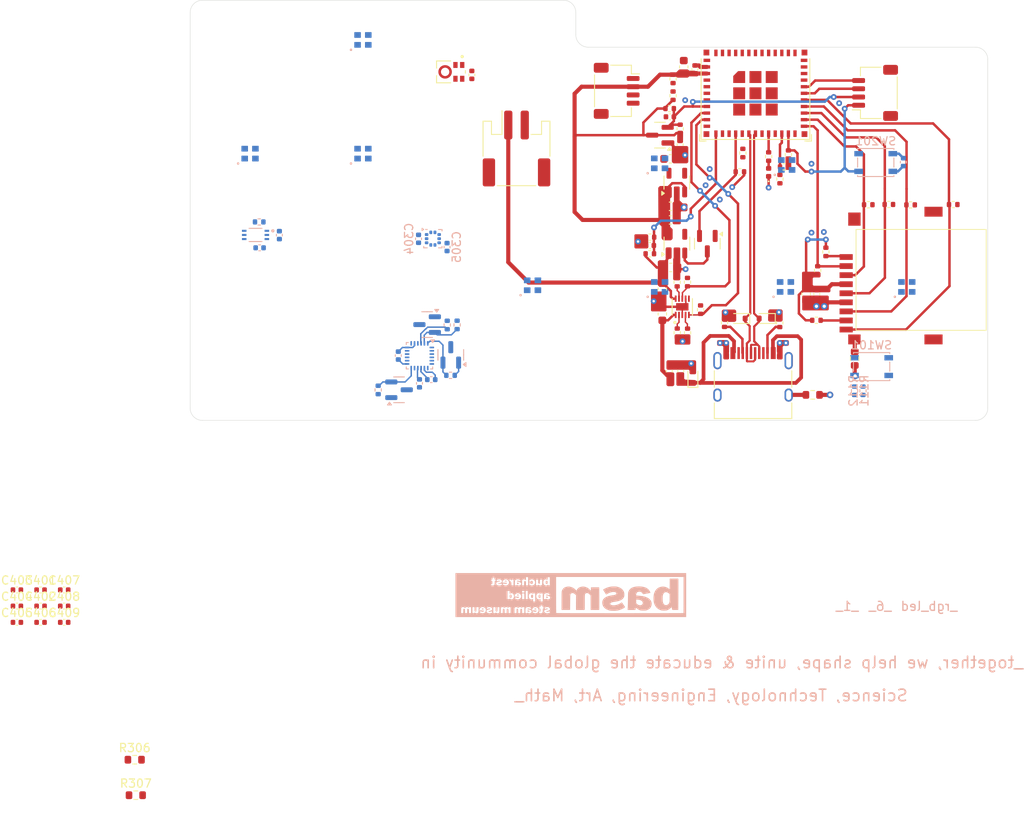
<source format=kicad_pcb>
(kicad_pcb (version 20240108) (generator "pcbnew") (generator_version "8.0")
  (layers (0 "F.Cu" signal) (1 "In1.Cu" power) (2 "In2.Cu" power) (31 "B.Cu" signal) (34 "B.Paste" user) (35 "F.Paste" user) (36 "B.SilkS" user "B.Silkscreen") (37 "F.SilkS" user "F.Silkscreen") (38 "B.Mask" user) (39 "F.Mask" user) (44 "Edge.Cuts" user))
  (net 0 "")
  (net 1 "GND")
  (net 2 "+5V")
  (net 3 "Net-(U303-DVI)")
  (net 4 "/MCU/STRAP_GPIO_9")
  (net 5 "VUSB")
  (net 6 "/MCU/UART0_RX")
  (net 7 "/MCU/UART0_TX")
  (net 8 "WS2812B_D")
  (net 9 "I2C_SDA")
  (net 10 "I2C_SCL")
  (net 11 "/MCU/SD_Shield_Diconnect")
  (net 12 "/MCU/SD_DETECT")
  (net 13 "/MCU/STRAP_GPIO8")
  (net 14 "I2S_DAT")
  (net 15 "Net-(U301-REGOUT)")
  (net 18 "USB_D-")
  (net 19 "USB_D+")
  (net 28 "Net-(U302-SCL)")
  (net 29 "Net-(U302-SDA)")
  (net 30 "/Feedback/WS2812B_Chain1")
  (net 31 "/Feedback/WS2812B_Chain2")
  (net 32 "/Feedback/WS2812B_Chain3")
  (net 33 "/Feedback/WS2812B_Chain4")
  (net 34 "/Feedback/WS2812B_Chain5")
  (net 35 "/Feedback/WS2812B_Chain6")
  (net 36 "/Feedback/WS2812B_Chain7")
  (net 37 "/Feedback/WS2812B_Chain8")
  (net 39 "VBAT_ALW_ON")
  (net 40 "+3V3")
  (net 41 "/MCU/SPI_MOSI")
  (net 42 "/MCU/SPI_MISO")
  (net 43 "/MCU/SPI_SCK")
  (net 44 "/Sensors/ICM20x_SDA")
  (net 45 "/Sensors/ICM20x_SCL")
  (net 46 "/Sensors/ICM20x_INT")
  (net 47 "/MCU/DBG_LED")
  (net 48 "/Sensors/ICM20x_CS")
  (net 49 "I2S_CLK")
  (net 64 "/MCU/SD_DAT1")
  (net 65 "/MCU/SD_DAT2")
  (net 66 "Net-(J101-SHIELD)")
  (net 67 "+1V8")
  (net 68 "CHIP_PU")
  (net 69 "Net-(D208-A)")
  (net 71 "/Power/USB_CC1")
  (net 72 "/Power/USB_CC2")
  (net 76 "BATT_CHRG_FDBCK")
  (net 77 "BATT_VOLT_FDBCK")
  (net 78 "BATT_SW_FDBCK")
  (net 80 "/Power/3V3_LDO_EN")
  (net 81 "BATT_POWOK_FDBCK")
  (net 83 "MEMS_INT")
  (net 84 "/Power/BQ2404_ISET")
  (net 85 "/Power/BQ2404_PRE_TERM")
  (net 86 "/Power/BQ2404_TS")
  (net 87 "/MCU/SPI_CS")
  (net 88 "/Power/BATT_SW_CMD")
  (net 89 "BATT_ATTCH_CMD")
  (footprint "microSD:TF-015_SOFNG" (layer "F.Cu") (at 188.41 104.17 90)
    (property "Reference" "J201" (hide yes))
    (property "Value" "TF-015")
  )
  (footprint "Resistor_SMD:R_0402_1005Metric" (layer "F.Cu") (at 156.4 77.39035 90)
    (property "Reference" "R202" (hide yes))
    (property "Value" "5k1" (hide yes))
  )
  (footprint "Capacitor_SMD:C_0402_1005Metric" (layer "F.Cu") (at 79.635 137.37)
    (property "Reference" "C401")
    (property "Value" "1u")
  )
  (footprint "Package_TO_SOT_SMD:SOT-23-5" (layer "F.Cu") (at 156.87 95.3475 90)
    (property "Reference" "U103" (hide yes))
    (property "Value" "AP2112K-3.3" (hide yes))
  )
  (footprint "Resistor_SMD:R_0402_1005Metric" (layer "F.Cu") (at 164.51 86.62 180)
    (property "Reference" "R113" (hide yes))
    (property "Value" "10k" (hide yes))
  )
  (footprint "Resistor_SMD:R_0402_1005Metric" (layer "F.Cu") (at 158.15 100.015 -90)
    (property "Reference" "R106" (hide yes))
    (property "Value" "10k" (hide yes))
  )
  (footprint "MMICT:MMIC" (layer "F.Cu") (at 129.446 74.4975 -90)
    (property "Reference" "U304" (hide yes))
    (property "Value" "T3902" (hide yes))
  )
  (footprint "Capacitor_SMD:C_0603_1608Metric" (layer "F.Cu") (at 155.1 100.845 -90)
    (property "Reference" "C104" (hide yes))
    (property "Value" "10u" (hide yes))
  )
  (footprint "Capacitor_SMD:C_0603_1608Metric" (layer "F.Cu") (at 156.1 98.24)
    (property "Reference" "C107" (hide yes))
    (property "Value" "10u" (hide yes))
  )
  (footprint "Capacitor_SMD:C_0402_1005Metric" (layer "F.Cu") (at 157.34 110.81 90)
    (property "Reference" "C101" (hide yes))
    (property "Value" "1u" (hide yes))
  )
  (footprint "LED_SMD:LED_0402_1005Metric" (layer "F.Cu") (at 168 86.695 90)
    (property "Reference" "D208" (hide yes))
    (property "Value" "LED" (hide yes))
  )
  (footprint "Capacitor_SMD:C_0402_1005Metric" (layer "F.Cu") (at 82.505 139.34)
    (property "Reference" "C408")
    (property "Value" "1u")
  )
  (footprint "Resistor_SMD:R_0603_1608Metric" (layer "F.Cu") (at 91.195 162.29)
    (property "Reference" "R307")
    (property "Value" "0R")
  )
  (footprint "Resistor_SMD:R_0402_1005Metric" (layer "F.Cu") (at 157.2675 81.42 -90)
    (property "Reference" "R110" (hide yes))
    (property "Value" "100k" (hide yes))
  )
  (footprint "Resistor_SMD:R_0402_1005Metric" (layer "F.Cu") (at 164.87 84.35 90)
    (property "Reference" "R303" (hide yes))
    (property "Value" "5k1" (hide yes))
  )
  (footprint "Resistor_SMD:R_0402_1005Metric" (layer "F.Cu") (at 153.58 96.57)
    (property "Reference" "R109" (hide yes))
    (property "Value" "178k" (hide yes))
  )
  (footprint "Resistor_SMD:R_0402_1005Metric" (layer "F.Cu") (at 169.35 104.96 90)
    (property "Reference" "R101" (hide yes))
    (property "Value" "5k1" (hide yes))
  )
  (footprint "Capacitor_SMD:C_0402_1005Metric" (layer "F.Cu") (at 153.59 95.57 180)
    (property "Reference" "C105" (hide yes))
    (property "Value" "1u" (hide yes))
  )
  (footprint "Capacitor_SMD:C_0603_1608Metric" (layer "F.Cu") (at 156.0775 85.0575)
    (property "Reference" "C110" (hide yes))
    (property "Value" "10u" (hide yes))
  )
  (footprint "Capacitor_SMD:C_0402_1005Metric" (layer "F.Cu") (at 76.765 139.34)
    (property "Reference" "C404")
    (property "Value" "1u")
  )
  (footprint "DFNCustom:QFN_10_BQ24040" (layer "F.Cu") (at 157.52 103.0125 90)
    (property "Reference" "U101" (hide yes))
    (property "Value" "BQ24040" (hide yes))
  )
  (footprint "Capacitor_SMD:C_0603_1608Metric" (layer "F.Cu") (at 172.55 101.46035 -90)
    (property "Reference" "C206" (hide yes))
    (property "Value" "10u" (hide yes))
  )
  (footprint "Diode_SMD:D_SOD-523" (layer "F.Cu") (at 158.81 111.53 90)
    (property "Reference" "D101" (hide yes))
    (property "Value" "LESD5D5.0CT1G" (hide yes))
  )
  (footprint "Capacitor_SMD:C_0402_1005Metric" (layer "F.Cu") (at 157.26 83.32 -90)
    (property "Reference" "C106" (hide yes))
    (property "Value" "0u1" (hide yes))
  )
  (footprint "Resistor_SMD:R_0402_1005Metric" (layer "F.Cu") (at 156.9 100.025 90)
    (property "Reference" "R105" (hide yes))
    (property "Value" "10k" (hide yes))
  )
  (footprint "Capacitor_SMD:C_0402_1005Metric" (layer "F.Cu") (at 173.85 101.46035 -90)
    (property "Reference" "C207" (hide yes))
    (property "Value" "0u1" (hide yes))
  )
  (footprint "Connector_USB:USB_C_Receptacle_HRO_TYPE-C-31-M-12" (layer "F.Cu") (at 166.11 112.675)
    (property "Reference" "J101" (hide yes))
    (property "Value" "USB_C_Receptacle_USB2.0_16P" (hide yes))
  )
  (footprint "Package_TO_SOT_SMD:SOT-23" (layer "F.Cu") (at 160.56 95.3475 -90)
    (property "Reference" "D104" (hide yes))
    (property "Value" "BAT54C" (hide yes))
  )
  (footprint "Capacitor_SMD:C_0402_1005Metric" (layer "F.Cu") (at 82.505 141.31)
    (property "Reference" "C409")
    (property "Value" "1u")
  )
  (footprint "Resistor_SMD:R_0402_1005Metric" (layer "F.Cu") (at 158.16 106.1675 90)
    (property "Reference" "R104" (hide yes))
    (property "Value" "6k8" (hide yes))
  )
  (footprint "Resistor_SMD:R_0402_1005Metric" (layer "F.Cu") (at 169.89 86.03)
    (property "Reference" "R204" (hide yes))
    (property "Value" "10k" (hide yes))
  )
  (footprint "Resistor_SMD:R_0603_1608Metric" (layer "F.Cu") (at 173.35 113.7)
    (property "Reference" "R114" (hide yes))
    (property "Value" "0R" (hide yes))
  )
  (footprint "Capacitor_SMD:C_0402_1005Metric" (layer "F.Cu") (at 76.765 137.37)
    (property "Reference" "C403")
    (property "Value" "1u")
  )
  (footprint "Diode_SMD:D_SOD-523" (layer "F.Cu") (at 167.5475 104.43 180)
    (property "Reference" "D103" (hide yes))
    (property "Value" "LESD5D5.0CT1G" (hide yes))
  )
  (footprint "Capacitor_SMD:C_0402_1005Metric" (layer "F.Cu") (at 79.635 139.34)
    (property "Reference" "C402")
    (property "Value" "1u")
  )
  (footprint "Resistor_SMD:R_0402_1005Metric" (layer "F.Cu") (at 156.91 106.1575 90)
    (property "Reference" "R103" (hide yes))
    (property "Value" "1k2" (hide yes))
  )
  (footprint "PCM_Espressif:ESP32-C6-MINI-1" (layer "F.Cu") (at 166.4 74.40035)
    (property "Reference" "U201" (hide yes))
    (property "Value" "ESP32-C6-MINI-1/U" (hide yes))
  )
  (footprint "Connector_JST:JST_PH_S2B-PH-SM4-TB_1x02-1MP_P2.00mm_Horizontal" (layer "F.Cu") (at 137.4 83.8)
    (property "Reference" "J102" (hide yes))
    (property "Value" "JST PH S2B")
  )
  (footprint "Capacitor_SMD:C_0603_1608Metric" (layer "F.Cu") (at 156.08 92.47)
    (property "Reference" "C108" (hide yes))
    (property "Value" "10u" (hide yes))
  )
  (footprint "Capacitor_SMD:C_0402_1005Metric" (layer "F.Cu") (at 131.978 74.865 90)
    (property "Reference" "C308" (hide yes))
    (property "Value" "0u1" (hide yes))
  )
  (footprint "Resistor_SMD:R_0402_1005Metric" (layer "F.Cu") (at 169.37 87.51 90)
    (property "Reference" "R203" (hide yes))
    (property "Value" "470R" (hide yes))
  )
  (footprint "Capacitor_SMD:C_0402_1005Metric" (layer "F.Cu") (at 159.05 74.20035 90)
    (property "Reference" "C202" (hide yes))
    (property "Value" "0u1" (hide yes))
  )
  (footprint "Resistor_SMD:R_0402_1005Metric" (layer "F.Cu") (at 173.95 98.6 -90)
    (property "Reference" "R213" (hide yes))
    (property "Value" "10k" (hide yes))
  )
  (footprint "Resistor_SMD:R_0402_1005Metric" (layer "F.Cu") (at 159.74 103.3575 -90)
    (property "Reference" "R107" (hide yes))
    (property "Value" "10k" (hide yes))
  )
  (footprint "Resistor_SMD:R_0603_1608Metric" (layer "F.Cu") (at 178.45 109.3 -90)
    (property "Reference" "R208" (hide yes))
    (property "Value" "0R" (hide yes))
  )
  (footprint "Package_TO_SOT_SMD:SOT-23" (layer "F.Cu") (at 154.8075 82.18 180)
    (property "Reference" "U102" (hide yes))
    (property "Value" "APX803-29SAG" (hide yes))
  )
  (footprint "Capacitor_SMD:C_0402_1005Metric" (layer "F.Cu") (at 82.505 137.37)
    (property "Reference" "C407")
    (property "Value" "1u")
  )
  (footprint "Resistor_SMD:R_0402_1005Metric" (layer "F.Cu") (at 182.59 90.59)
    (property "Reference" "R211" (hide yes))
    (property "Value" "10k" (hide yes))
  )
  (footprint "Capacitor_SMD:C_0402_1005Metric" (layer "F.Cu") (at 79.635 141.31)
    (property "Reference" "C406")
    (property "Value" "1u")
  )
  (footprint "Package_TO_SOT_SMD:SOT-23-5" (layer "F.Cu") (at 156.8575 87.935 90)
    (property "Reference" "U104" (hide yes))
    (property "Value" "AP2112K-1.8" (hide yes))
  )
  (footprint "Capacitor_SMD:C_0402_1005Metric" (layer "F.Cu") (at 155.94 110.83 90)
    (property "Reference" "C102" (hide yes))
    (property "Value" "1u" (hide yes))
  )
  (footprint "Connector_JST:JST_SH_SM04B-SRSS-TB_1x04-1MP_P1.00mm_Horizontal" (layer "F.Cu") (at 180.925 77.05 90)
    (property "Reference" "J206" (hide yes))
    (property "Value" "BM04B-SRSS-TB" (hide yes))
  )
  (footprint "Connector_JST:JST_SH_SM04B-SRSS-TB_1x04-1MP_P1.00mm_Horizontal" (layer "F.Cu") (at 149.555 76.8 -90)
    (property "Reference" "J205" (hide yes))
    (property "Value" "BM04B-SRSS-TB" (hide yes))
  )
  (footprint "Resistor_SMD:R_0402_1005Metric" (layer "F.Cu") (at 185.23 90.64)
    (property "Reference" "R210" (hide yes))
    (property "Value" "10k" (hide yes))
  )
  (footprint "MountingHole:MountingHole_3.5mm" (layer "F.Cu") (at 191 75.10035)
    (property "Reference" "H1" (hide yes))
    (property "Value" "MountingHole" (hide yes))
  )
  (footprint "Capacitor_SMD:C_0603_1608Metric" (layer "F.Cu") (at 155.1 103.875 90)
    (property "Reference" "C103" (hide yes))
    (property "Value" "10u" (hide yes))
  )
  (footprint "Resistor_SMD:R_0402_1005Metric" (layer "F.Cu") (at 155.9875 78.95035 180)
    (property "Reference" "R206" (hide yes))
    (property "Value" "10k" (hide yes))
  )
  (footprint "Resistor_SMD:R_0402_1005Metric" (layer "F.Cu") (at 168 84.775 -90)
    (property "Reference" "R215" (hide yes))
    (property "Value" "2k" (hide yes))
  )
  (footprint "Capacitor_SMD:C_0402_1005Metric" (layer "F.Cu") (at 76.765 141.31)
    (property "Reference" "C405")
    (property "Value" "1u")
  )
  (footprint "Capacitor_SMD:C_0402_1005Metric" (layer "F.Cu") (at 156.0175 79.95 180)
    (property "Reference" "C204" (hide yes))
    (property "Value" "1u" (hide yes))
  )
  (footprint "Resistor_SMD:R_0402_1005Metric" (layer "F.Cu") (at 170.4 84.54 90)
    (property "Reference" "R205" (hide yes))
    (property "Value" "10k" (hide yes))
  )
  (footprint "Diode_SMD:D_SOD-523" (layer "F.Cu") (at 164.45 104.4325 180)
    (property "Reference" "D102" (hide yes))
    (property "Value" "LESD5D5.0CT1G" (hide yes))
  )
  (footprint "Resistor_SMD:R_0402_1005Metric" (layer "F.Cu") (at 162.6425 104.9425 90)
    (property "Reference" "R102" (hide yes))
    (property "Value" "5k1" (hide yes))
  )
  (footprint "Resistor_SMD:R_0402_1005Metric" (layer "F.Cu") (at 190.4 90.6)
    (property "Reference" "R207" (hide yes))
    (property "Value" "10k" (hide yes))
  )
  (footprint "Capacitor_SMD:C_0603_1608Metric" (layer "F.Cu") (at 157.7 73.90035 90)
    (property "Reference" "C201" (hide yes))
    (property "Value" "10u" (hide yes))
  )
  (footprint "Resistor_SMD:R_0402_1005Metric" (layer "F.Cu") (at 156.4 75.35035 -90)
    (property "Reference" "R201" (hide yes))
    (property "Value" "5k1" (hide yes))
  )
  (footprint "Resistor_SMD:R_0402_1005Metric" (layer "F.Cu") (at 153.6 94.56 180)
    (property "Reference" "R108" (hide yes))
    (property "Value" "61k9" (hide yes))
  )
  (footprint "Capacitor_SMD:C_0603_1608Metric" (layer "F.Cu") (at 156.0775 90.8175)
    (property "Reference" "C109" (hide yes))
    (property "Value" "10u" (hide yes))
  )
  (footprint "Resistor_SMD:R_0402_1005Metric" (layer "F.Cu") (at 173.8 104.65 180)
    (property "Reference" "R209" (hide yes))
    (property "Value" "10k" (hide yes))
  )
  (footprint "Inductor_SMD:L_0402_1005Metric" (layer "F.Cu") (at 156.64 112.23 180)
    (property "Reference" "L101" (hide yes))
    (property "Value" "10n" (hide yes))
  )
  (footprint "Resistor_SMD:R_0402_1005Metric" (layer "F.Cu") (at 180.09 90.62)
    (property "Reference" "R212" (hide yes))
    (property "Value" "10k" (hide yes))
  )
  (footprint "Resistor_SMD:R_0402_1005Metric" (layer "F.Cu") (at 174.95 96.35 90)
    (property "Reference" "R214" (hide yes))
    (property "Value" "10k" (hide yes))
  )
  (footprint "Resistor_SMD:R_0603_1608Metric" (layer "F.Cu") (at 91.06 157.98)
    (property "Reference" "R306")
    (property "Value" "0R")
  )
  (footprint "Button_Switch_SMD:SW_SPST_PTS810" (layer "B.Cu") (at 181 85.5 180)
    (property "Reference" "SW201")
    (property "Value" "PTS810SJG250" (hide yes))
  )
  (footprint "Resistor_SMD:R_0402_1005Metric" (layer "B.Cu") (at 129.3925 111.33 180)
    (property "Reference" "R302" (hide yes))
    (property "Value" "5k1" (hide yes))
  )
  (footprint "Capacitor_SMD:C_0402_1005Metric" (layer "B.Cu") (at 123.0525 108.93 -90)
    (property "Reference" "C302" (hide yes))
    (property "Value" "0u1" (hide yes))
  )
  (footprint "Resistor_SMD:R_0402_1005Metric" (layer "B.Cu") (at 179.45 113.2 -90)
    (property "Reference" "R112")
    (property "Value" "10k" (hide yes))
  )
  (footprint "Resistor_SMD:R_0402_1005Metric" (layer "B.Cu") (at 106.17 92.71 180)
    (property "Reference" "R308" (hide yes))
    (property "Value" "1k" (hide yes))
  )
  (footprint "SK_RGB:SK68xx-EC20" (layer "B.Cu") (at 118.11 74.82 180)
    (property "Reference" "D407" (hide yes))
    (property "Value" "SK6805-EC20" (hide yes))
  )
  (footprint "SK_RGB:SK68xx-EC20" (layer "B.Cu") (at 138.695 104.6 180)
    (property "Reference" "D405" (hide yes))
    (property "Value" "SK6805-EC20" (hide yes))
  )
  (footprint "Capacitor_SMD:C_0402_1005Metric" (layer "B.Cu") (at 127.0525 111.85 180)
    (property "Reference" "C301" (hide yes))
    (property "Value" "1u" (hide yes))
  )
  (footprint "Package_TO_SOT_SMD:SOT-23" (layer "B.Cu") (at 123.1425 113.0825)
    (property "Reference" "Q303" (hide yes))
    (property "Value" "BSS138" (hide yes))
  )
  (footprint "Capacitor_SMD:C_0402_1005Metric" (layer "B.Cu") (at 184.35 85.45 90)
    (property "Reference" "C203" (hide yes))
    (property "Value" "0u1" (hide yes))
  )
  (footprint "Resistor_SMD:R_0402_1005Metric" (layer "B.Cu") (at 178.43 113.2 90)
    (property "Reference" "R111")
    (property "Value" "3k3" (hide yes))
  )
  (footprint "Package_TO_SOT_SMD:SOT-23" (layer "B.Cu") (at 126.5525 105.17 180)
    (property "Reference" "Q302" (hide yes))
    (property "Value" "BSS138" (hide yes))
  )
  (footprint "Resistor_SMD:R_0402_1005Metric" (layer "B.Cu") (at 120.6125 113.1025 90)
    (property "Reference" "R304" (hide yes))
    (property "Value" "5k1" (hide yes))
  )
  (footprint "Button_Switch_SMD:SW_SPST_PTS810" (layer "B.Cu") (at 180.5 110.27 180)
    (property "Reference" "SW101")
    (property "Value" "PTS810SJG250" (hide yes))
  )
  (footprint "SK_RGB:SK68xx-EC20" (layer "B.Cu") (at 154.12 89.8 180)
    (property "Reference" "D406" (hide yes))
    (property "Value" "SK6805-EC20" (hide yes))
  )
  (footprint "SK_RGB:SK68xx-EC20" (layer "B.Cu") (at 169.545 90 180)
    (property "Reference" "D402" (hide yes))
    (property "Value" "SK6805-EC20" (hide yes))
  )
  (footprint "SK_RGB:SK68xx-EC20" (layer "B.Cu") (at 169.395 104.8 180)
    (property "Reference" "D403" (hide yes))
    (property "Value" "SK6805-EC20" (hide yes))
  )
  (footprint "Capacitor_SMD:C_0402_1005Metric" (layer "B.Cu") (at 125.6225 112.3 90)
    (property "Reference" "C303" (hide yes))
    (property "Value" "0u1" (hide yes))
  )
  (footprint "SK_RGB:SK68xx-EC20" (layer "B.Cu") (at 104.41 88.62 180)
    (property "Reference" "D409" (hide yes))
    (property "Value" "SK6805-EC20" (hide yes))
  )
  (footprint "Package_LGA:ST_HLGA-10_2x2mm_P0.5mm_LayoutBorder3x2y" (layer "B.Cu") (at 127.25 94.7425 -90)
    (property "Reference" "U302" (hide yes))
    (property "Value" "ICP20100" (hide yes))
  )
  (footprint "Resistor_SMD:R_0402_1005Metric" (layer "B.Cu") (at 130.1925 105.21 -90)
    (property "Reference" "R301" (hide yes))
    (property "Value" "5k1" (hide yes))
  )
  (footprint "SK_RGB:SK68xx-EC20" (layer "B.Cu") (at 184.12 104.8 180)
    (property "Reference" "D401" (hide yes))
    (property "Value" "SK6805-EC20" (hide yes))
  )
  (footprint "SK_RGB:SK68xx-EC20" (layer "B.Cu") (at 154.12 104.8 180)
    (property "Reference" "D404" (hide yes))
    (property "Value" "SK6805-EC20" (hide yes))
  )
  (footprint "WSOF:XDCR_BH1750FVI-TR" (layer "B.Cu") (at 105.725 94.29 180)
    (property "Reference" "U303" (hide yes))
    (property "Value" "BH1750FVI" (hide yes))
  )
  (footprint "Capacitor_SMD:C_0402_1005Metric" (layer "B.Cu") (at 106.22 95.85)
    (property "Reference" "C307" (hide yes))
    (property "Value" "1u" (hide yes))
  )
  (footprint "Package_TO_SOT_SMD:SOT-23" (layer "B.Cu") (at 129.4225 108.85 90)
    (property "Reference" "Q301" (hide yes))
    (property "Value" "BSS138" (hide yes))
  )
  (footprint "Sensor_Motion:InvenSense_QFN-24_3x3mm_P0.4mm" (layer "B.Cu") (at 125.6225 108.95 180)
    (property "Reference" "U301" (hide yes))
    (property "Value" "ICM-20948" (hide yes))
  )
  (footprint "Capacitor_SMD:C_0402_1005Metric" (layer "B.Cu") (at 125.51 94.76 -90)
    (property "Reference" "C304")
    (property "Value" "0u1" (hide yes))
  )
  (footprint "LOGO" (layer "B.Cu") (at 144 138 180)
    (property "Reference" "G***" (hide yes))
    (property "Value" "LOGO" (hide yes))
  )
  (footprint "Capacitor_SMD:C_0402_1005Metric" (layer "B.Cu") (at 128.97 95.76 90)
    (property "Reference" "C305")
    (property "Value" "0u1" (hide yes))
  )
  (footprint "Capacitor_SMD:C_0402_1005Metric" (layer "B.Cu") (at 108.62 94.31 -90)
    (property "Reference" "C306" (hide yes))
    (property "Value" "0u1" (hide yes))
  )
  (footprint "SK_RGB:SK68xx-EC20" (layer "B.Cu") (at 118.11 88.62 180)
    (property "Reference" "D408" (hide yes))
    (property "Value" "SK6805-EC20" (hide yes))
  )
  (footprint "Resistor_SMD:R_0402_1005Metric" (layer "B.Cu") (at 128.9925 105.22 -90)
    (property "Reference" "R305" (hide yes))
    (property "Value" "10k" (hide yes))
  )
  (gr_arc (start 143.1 65.80035) (mid 144.16066 66.23969) (end 144.6 67.30035) (stroke (width 0.05)) (layer "Edge.Cuts"))
  (gr_line (start 194.6 115.30035) (end 194.6 73.00035) (stroke (width 0.05)) (layer "Edge.Cuts"))
  (gr_arc (start 194.6 115.30035) (mid 194.16066 116.36101) (end 193.1 116.80035) (stroke (width 0.05)) (layer "Edge.Cuts"))
  (gr_line (start 97.79 67.30035) (end 97.79 115.30035) (stroke (width 0.05)) (layer "Edge.Cuts"))
  (gr_line (start 193.1 71.50035) (end 146.1 71.50035) (stroke (width 0.05)) (layer "Edge.Cuts"))
  (gr_arc (start 146.1 71.50035) (mid 145.03934 71.06101) (end 144.6 70.00035) (stroke (width 0.05)) (layer "Edge.Cuts"))
  (gr_arc (start 99.29 116.80035) (mid 98.229358 116.361007) (end 97.79 115.30035) (stroke (width 0.05)) (layer "Edge.Cuts"))
  (gr_line (start 143.1 65.80035) (end 99.29 65.80035) (stroke (width 0.05)) (layer "Edge.Cuts"))
  (gr_line (start 144.6 70.00035) (end 144.6 67.30035) (stroke (width 0.05)) (layer "Edge.Cuts"))
  (gr_line (start 99.29 116.80035) (end 193.1 116.80035) (stroke (width 0.05)) (layer "Edge.Cuts"))
  (gr_arc (start 97.79 67.30035) (mid 98.229351 66.239687) (end 99.29 65.80035) (stroke (width 0.05)) (layer "Edge.Cuts"))
  (gr_arc (start 193.1 71.50035) (mid 194.16066 71.93969) (end 194.6 73.00035) (stroke (width 0.05)) (layer "Edge.Cuts"))
  (gr_text "_together, we help shape, unite & educate the global community in" (at 199 147 0) (layer "B.SilkS") (effects (font (size 1.4 1.4) (thickness 0.19)) (justify left bottom mirror)))
  (gr_text "_6_" (at 183 140 0) (layer "B.SilkS") (effects (font (size 1.1 1.1) (thickness 0.155)) (justify left bottom mirror)))
  (gr_text "_rgb_led\n" (at 191 140 0) (layer "B.SilkS") (effects (font (size 1.1 1.1) (thickness 0.155)) (justify left bottom mirror)))
  (gr_text "Science, Technology, Engineering, Art, Math_" (at 185 151 0) (layer "B.SilkS") (effects (font (size 1.4 1.4) (thickness 0.19)) (justify left bottom mirror)))
  (gr_text "_1_" (at 179 140 0) (layer "B.SilkS") (effects (font (size 1.1 1.1) (thickness 0.155)) (justify left bottom mirror)))
  (segment (start 159.54035 73.72035) (end 159.05 73.72035) (width 0.5) (layer "F.Cu") (net 1))
  (segment (start 159.72035 73.90035) (end 159.54035 73.72035) (width 0.5) (layer "F.Cu") (net 1))
  (segment (start 165.02 86.62) (end 165.02 87.050661) (width 0.3) (layer "F.Cu") (net 1))
  (segment (start 157.52 103.0125) (end 155.1875 103.0125) (width 0.3) (layer "F.Cu") (net 1))
  (segment (start 178.45 110.125) (end 178.45 111.35) (width 0.5) (layer "F.Cu") (net 1))
  (segment (start 157.96 102.5725) (end 157.96 102.0275) (width 0.17) (layer "F.Cu") (net 1))
  (segment (start 178.45 111.35) (end 178.5 111.4) (width 0.5) (layer "F.Cu") (net 1))
  (segment (start 169.36 108.63) (end 169.36 108.39) (width 0.5) (layer "F.Cu") (net 1))
  (segment (start 157.082765 98.447765) (end 156.875 98.24) (width 0.3) (layer "F.Cu") (net 1))
  (segment (start 160.5 73.90035) (end 159.72035 73.90035) (width 0.5) (layer "F.Cu") (net 1))
  (segment (start 157.52 103.0125) (end 157.52 103.78353) (width 0.17) (layer "F.Cu") (net 1))
  (segment (start 157.924999 98.447765) (end 157.082765 98.447765) (width 0.3) (layer "F.Cu") (net 1))
  (segment (start 177.41 102.47) (end 175.23 102.47) (width 0.5) (layer "F.Cu") (net 1))
  (segment (start 174.175 113.7) (end 175.45 113.7) (width 0.5) (layer "F.Cu") (net 1))
  (segment (start 157.92 102.6125) (end 157.52 103.0125) (width 0.2) (layer "F.Cu") (net 1))
  (segment (start 157.52 103.0125) (end 157.96 102.5725) (width 0.17) (layer "F.Cu") (net 1))
  (segment (start 131.9405 74.4225) (end 131.978 74.385) (width 0.3) (layer "F.Cu") (net 1))
  (segment (start 165.02 87.050661) (end 163.580301 88.49036) (width 0.3) (layer "F.Cu") (net 1))
  (segment (start 168 87.18) (end 168 88.55) (width 0.3) (layer "F.Cu") (net 1))
  (segment (start 175.23 102.47) (end 174.75 102.95) (width 0.5) (layer "F.Cu") (net 1))
  (segment (start 155.1875 103.0125) (end 155.1 103.1) (width 0.3) (layer "F.Cu") (net 1))
  (via (at 170.1 107.4) (size 0.7) (drill 0.3) (layers "F.Cu" "B.Cu") (net 1))
  (via (at 157.924999 98.447765) (size 0.7) (drill 0.3) (layers "F.Cu" "B.Cu") (net 1))
  (via (at 160.85 86.294341) (size 0.7) (drill 0.3) (layers "F.Cu" "B.Cu") (net 1))
  (via (at 169.35 107.4) (size 0.7) (drill 0.3) (layers "F.Cu" "B.Cu") (net 1))
  (via (at 162.1 107.4) (size 0.7) (drill 0.3) (layers "F.Cu" "B.Cu") (net 1))
  (via (at 152.15 95.09) (size 0.7) (drill 0.3) (layers "F.Cu" "B.Cu") (net 1))
  (via (at 157.85 84.6) (size 0.7) (drill 0.3) (layers "F.Cu" "B.Cu") (net 1))
  (via (at 154.05 102.33) (size 0.7) (drill 0.3) (layers "F.Cu" "B.Cu") (net 1))
  (via (at 157.73 90.94) (size 0.8) (drill 0.4) (layers "F.Cu" "B.Cu") (net 1))
  (via (at 162.075379 89.995283) (size 0.7) (drill 0.3) (layers "F.Cu" "B.Cu") (net 1))
  (via (at 162.7625 103.6925) (size 0.7) (drill 0.3) (layers "F.Cu" "B.Cu") (net 1))
  (via (at 168 88.55) (size 0.7) (drill 0.3) (layers "F.Cu" "B.Cu") (net 1))
  (via (at 162.85 107.4) (size 0.7) (drill 0.3) (layers "F.Cu" "B.Cu") (net 1))
  (via (at 160.351423 88.257916) (size 0.7) (drill 0.3) (layers "F.Cu" "B.Cu") (net 1))
  (via (at 178.5 111.4) (size 0.8) (drill 0.4) (layers "F.Cu" "B.Cu") (net 1))
  (via (at 176.56066 78.3) (size 0.7) (drill 0.3) (layers "F.Cu" "B.Cu") (net 1))
  (via (at 158.6 109.9) (size 0.7) (drill 0.3) (layers "F.Cu" "B.Cu") (net 1))
  (via (at 174.75 102.95) (size 0.8) (drill 0.4) (layers "F.Cu" "B.Cu") (net 1))
  (via (at 174.7 93.933484) (size 0.7) (drill 0.3) (layers "F.Cu" "B.Cu") (net 1))
  (via (at 175.45 113.7) (size 0.8) (drill 0.4) (layers "F.Cu" "B.Cu") (net 1))
  (via (at 173.2 85.649997) (size 0.7) (drill 0.3) (layers "F.Cu" "B.Cu") (net 1))
  (via (at 157.872287 77.935418) (size 0.7) (drill 0.3) (layers "F.Cu" "B.Cu") (net 1))
  (via (at 169.25 103.67) (size 0.7) (drill 0.3) (layers "F.Cu" "B.Cu") (net 1))
  (via (at 157.55 107.2) (size 0.7) (drill 0.3) (layers "F.Cu" "B.Cu") (net 1))
  (via (at 173.8 102.95) (size 0.8) (drill 0.4) (layers "F.Cu" "B.Cu") (net 1))
  (via (at 173.2 94.013339) (size 0.7) (drill 0.3) (layers "F.Cu" "B.Cu") (net 1))
  (via (at 163.580301 88.49036) (size 0.7) (drill 0.3) (layers "F.Cu" "B.Cu") (net 1))
  (segment (start 125.8025 110.889264) (end 125.8025 110.541324) (width 0.17) (layer "B.Cu") (net 1))
  (segment (start 125.0225 107.45) (end 125.0225 107.725) (width 0.17) (layer "B.Cu") (net 1))
  (segment (start 123.0525 108.45) (end 123.5525 107.95) (width 0.17) (layer "B.Cu") (net 1))
  (segment (start 125.0225 107.725) (end 124.7975 107.95) (width 0.17) (layer "B.Cu") (net 1))
  (segment (start 123.5525 107.95) (end 124.1225 107.95) (width 0.17) (layer "B.Cu") (net 1))
  (segment (start 183.075 84.425) (end 183.805 84.425) (width 0.3) (layer "B.Cu") (net 1))
  (segment (start 183.805 84.425) (end 184.35 84.97) (width 0.3) (layer "B.Cu") (net 1))
  (segment (start 126.5725 111.659264) (end 125.8025 110.889264) (width 0.17) (layer "B.Cu") (net 1))
  (segment (start 124.7975 107.95) (end 124.1225 107.95) (width 0.17) (layer "B.Cu") (net 1))
  (segment (start 126.5725 111.85) (end 126.5725 111.659264) (width 0.17) (layer "B.Cu") (net 1))
  (segment (start 155.681024 111.31) (end 155.94 111.31) (width 0.5) (layer "F.Cu") (net 2))
  (segment (start 155.79 104.65) (end 156.4425 103.9975) (width 0.3) (layer "F.Cu") (net 2))
  (segment (start 156.4425 103.9975) (end 156.635 103.9975) (width 0.3) (layer "F.Cu") (net 2))
  (segment (start 155.1 104.65) (end 155.1 110.728976) (width 0.5) (layer "F.Cu") (net 2))
  (segment (start 155.1 104.65) (end 155.79 104.65) (width 0.3) (layer "F.Cu") (net 2))
  (segment (start 155.1 110.728976) (end 155.681024 111.31) (width 0.5) (layer "F.Cu") (net 2))
  (segment (start 171.5 85.65) (end 171.5 84.4) (width 0.3) (layer "F.Cu") (net 4))
  (segment (start 173.2 86.6) (end 172.45 86.6) (width 0.3) (layer "F.Cu") (net 4))
  (segment (start 170.4 82.00035) (end 170.4 84.03) (width 0.3) (layer "F.Cu") (net 4))
  (segment (start 172.45 86.6) (end 171.5 85.65) (width 0.3) (layer "F.Cu") (net 4))
  (segment (start 171.5 84.4) (end 171.13 84.03) (width 0.3) (layer "F.Cu") (net 4))
  (segment (start 177.654166 78.55) (end 178.925 78.55) (width 0.3) (layer "F.Cu") (net 4))
  (segment (start 177.232414 78.971752) (end 177.654166 78.55) (width 0.3) (layer "F.Cu") (net 4))
  (segment (start 171.13 84.03) (end 170.4 84.03) (width 0.3) (layer "F.Cu") (net 4))
  (via (at 173.2 86.6) (size 0.7) (drill 0.3) (layers "F.Cu" "B.Cu") (net 4))
  (via (at 177.232414 78.971752) (size 0.7) (drill 0.3) (layers "F.Cu" "B.Cu") (net 4))
  (segment (start 176.760662 86.6) (end 177.230331 86.130331) (width 0.3) (layer "B.Cu") (net 4))
  (segment (start 177.675 86.575) (end 178.925 86.575) (width 0.3) (layer "B.Cu") (net 4))
  (segment (start 177.232414 78.971752) (end 177.230331 78.973835) (width 0.3) (layer "B.Cu") (net 4))
  (segment (start 173.2 86.6) (end 176.760662 86.6) (width 0.3) (layer "B.Cu") (net 4))
  (segment (start 183.075 86.575) (end 183.705 86.575) (width 0.3) (layer "B.Cu") (net 4))
  (segment (start 177.230331 78.973835) (end 177.230331 86.130331) (width 0.3) (layer "B.Cu") (net 4))
  (segment (start 183.705 86.575) (end 184.35 85.93) (width 0.3) (layer "B.Cu") (net 4))
  (segment (start 177.230331 86.130331) (end 177.675 86.575) (width 0.3) (layer "B.Cu") (net 4))
  (segment (start 169.008273 106.575) (end 171.525 106.575) (width 0.45) (layer "F.Cu") (net 5))
  (segment (start 159.67 112.23) (end 158.81 112.23) (width 0.45) (layer "F.Cu") (net 5))
  (segment (start 168.525 107.058273) (end 169.008273 106.575) (width 0.45) (layer "F.Cu") (net 5))
  (segment (start 171.3 112.25) (end 159.69 112.25) (width 0.45) (layer "F.Cu") (net 5))
  (segment (start 163.8 108.49) (end 163.8 107.183273) (width 0.45) (layer "F.Cu") (net 5))
  (segment (start 171.95 111.6) (end 171.3 112.25) (width 0.45) (layer "F.Cu") (net 5))
  (segment (start 159.69 112.25) (end 159.67 112.23) (width 0.45) (layer "F.Cu") (net 5))
  (segment (start 163.8 107.183273) (end 163.166727 106.55) (width 0.45) (layer "F.Cu") (net 5))
  (segment (start 171.95 107) (end 171.95 111.6) (width 0.45) (layer "F.Cu") (net 5))
  (segment (start 160.9 106.55) (end 160.1 107.35) (width 0.45) (layer "F.Cu") (net 5))
  (segment (start 160.1 107.35) (end 160.1 111.8) (width 0.45) (layer "F.Cu") (net 5))
  (segment (start 163.66 108.63) (end 163.8 108.49) (width 0.45) (layer "F.Cu") (net 5))
  (segment (start 168.56 108.63) (end 168.525 108.595) (width 0.45) (layer "F.Cu") (net 5))
  (segment (start 171.525 106.575) (end 171.95 107) (width 0.45) (layer "F.Cu") (net 5))
  (segment (start 163.166727 106.55) (end 160.9 106.55) (width 0.45) (layer "F.Cu") (net 5))
  (segment (start 160.1 111.8) (end 159.67 112.23) (width 0.45) (layer "F.Cu") (net 5))
  (segment (start 168.525 108.595) (end 168.525 107.058273) (width 0.45) (layer "F.Cu") (net 5))
  (segment (start 173.59965 77.10035) (end 174.15 76.55) (width 0.3) (layer "F.Cu") (net 6))
  (segment (start 174.15 76.55) (end 178.925 76.55) (width 0.3) (layer "F.Cu") (net 6))
  (segment (start 172.3 77.10035) (end 173.59965 77.10035) (width 0.3) (layer "F.Cu") (net 6))
  (segment (start 178.925 75.55) (end 173.65035 75.55) (width 0.3) (layer "F.Cu") (net 7))
  (segment (start 172.9 76.30035) (end 172.3 76.30035) (width 0.3) (layer "F.Cu") (net 7))
  (segment (start 173.65035 75.55) (end 172.9 76.30035) (width 0.3) (layer "F.Cu") (net 7))
  (segment (start 178.45 107.01) (end 178.41 106.97) (width 0.5) (layer "F.Cu") (net 11))
  (segment (start 178.45 108.475) (end 178.45 107.01) (width 0.5) (layer "F.Cu") (net 11))
  (segment (start 189.95 90.66) (end 189.89 90.6) (width 0.3) (layer "F.Cu") (net 12))
  (segment (start 172.3 77.90035) (end 175.10035 77.90035) (width 0.3) (layer "F.Cu") (net 12))
  (segment (start 177.41 105.77) (end 184.68 105.77) (width 0.3) (layer "F.Cu") (net 12))
  (segment (start 184.68 105.77) (end 189.95 100.5) (width 0.3) (layer "F.Cu") (net 12))
  (segment (start 187.96 80.76) (end 189.89 82.69) (width 0.3) (layer "F.Cu") (net 12))
  (segment (start 189.89 82.69) (end 189.89 90.6) (width 0.3) (layer "F.Cu") (net 12))
  (segment (start 189.95 100.5) (end 189.95 90.66) (width 0.3) (layer "F.Cu") (net 12))
  (segment (start 177.96 80.76) (end 187.96 80.76) (width 0.3) (layer "F.Cu") (net 12))
  (segment (start 175.10035 77.90035) (end 177.96 80.76) (width 0.3) (layer "F.Cu") (net 12))
  (segment (start 169.38 83.32) (end 169.38 86.03) (width 0.3) (layer "F.Cu") (net 13))
  (segment (start 169.38 86.99) (end 169.37 87) (width 0.3) (layer "F.Cu") (net 13))
  (segment (start 169.6 82.00035) (end 169.6 83.1) (width 0.3) (layer "F.Cu") (net 13))
  (segment (start 169.38 86.03) (end 169.38 86.99) (width 0.3) (layer "F.Cu") (net 13))
  (segment (start 169.6 83.1) (end 169.38 83.32) (width 0.3) (layer "F.Cu") (net 13))
  (segment (start 125.6225 111.82) (end 125.3825 111.58) (width 0.17) (layer "B.Cu") (net 15))
  (segment (start 125.3825 111.58) (end 125.3825 110.45) (width 0.17) (layer "B.Cu") (net 15))
  (segment (start 165.7 105.35) (end 165.7 107.117106) (width 0.261112) (layer "F.Cu") (net 18))
  (segment (start 165.15 104.4325) (end 165.15 104.8) (width 0.261112) (layer "F.Cu") (net 18))
  (segment (start 165.4 109.635) (end 166.165 109.635) (width 0.24) (layer "F.Cu") (net 18))
  (segment (start 165.767843 82.168193) (end 165.767843 103.814657) (width 0.261112) (layer "F.Cu") (net 18))
  (segment (start 165.767843 103.814657) (end 165.15 104.4325) (width 0.261112) (layer "F.Cu") (net 18))
  (segment (start 166.36 109.44) (end 166.36 108.63) (width 0.24) (layer "F.Cu") (net 18))
  (segment (start 165.359444 107.457662) (end 165.359444 108.63) (width 0.261112) (layer "F.Cu") (net 18))
  (segment (start 165.36 108.63) (end 165.36 109.595) (width 0.24) (layer "F.Cu") (net 18))
  (segment (start 165.36 109.595) (end 165.4 109.635) (width 0.24) (layer "F.Cu") (net 18))
  (segment (start 166.165 109.635) (end 166.36 109.44) (width 0.24) (layer "F.Cu") (net 18))
  (segment (start 165.15 104.8) (end 165.7 105.35) (width 0.261112) (layer "F.Cu") (net 18))
  (segment (start 165.6 82.00035) (end 165.6 82.163953) (width 0.2) (layer "F.Cu") (net 18))
  (segment (start 165.6 82.00035) (end 165.767843 82.168193) (width 0.261112) (layer "F.Cu") (net 18))
  (segment (start 165.359444 108.63) (end 165.35 108.620556) (width 0.261112) (layer "F.Cu") (net 18))
  (segment (start 165.7 107.117106) (end 165.359444 107.457662) (width 0.261112) (layer "F.Cu") (net 18))
  (segment (start 165.2 104.45) (end 165.2175 104.4325) (width 0.24) (layer "F.Cu") (net 18))
  (segment (start 166.25 107.2) (end 166.675 107.625) (width 0.261112) (layer "F.Cu") (net 19))
  (segment (start 165.86 107.665) (end 165.9 107.625) (width 0.24) (layer "F.Cu") (net 19))
  (segment (start 166.232157 103.814657) (end 166.8475 104.43) (width 0.261112) (layer "F.Cu") (net 19))
  (segment (start 166.4 82.00035) (end 166.232157 82.168193) (width 0.261112) (layer "F.Cu") (net 19))
  (segment (start 166.8475 104.43) (end 166.848056 104.430556) (width 0.261112) (layer "F.Cu") (net 19))
  (segment (start 165.86 108.63) (end 165.86 107.665) (width 0.24) (layer "F.Cu") (net 19))
  (segment (start 166.8875 108.6025) (end 166.86 108.63) (width 0.24) (layer "F.Cu") (net 19))
  (segment (start 166.675 107.625) (end 166.86 107.81) (width 0.24) (layer "F.Cu") (net 19))
  (segment (start 165.9 107.625) (end 166.675 107.625) (width 0.24) (layer "F.Cu") (net 19))
  (segment (start 166.25 105.4) (end 166.25 107.2) (width 0.261112) (layer "F.Cu") (net 19))
  (segment (start 166.232157 82.168193) (end 166.232157 103.814657) (width 0.261112) (layer "F.Cu") (net 19))
  (segment (start 166.86 107.81) (end 166.86 108.63) (width 0.24) (layer "F.Cu") (net 19))
  (segment (start 166.8475 104.8025) (end 166.25 105.4) (width 0.261112) (layer "F.Cu") (net 19))
  (segment (start 166.8475 104.43) (end 166.8475 104.8025) (width 0.261112) (layer "F.Cu") (net 19))
  (segment (start 138.87 100.07) (end 155.1 100.07) (width 0.5) (layer "F.Cu") (net 39))
  (segment (start 154.420001 98.24) (end 155.325 98.24) (width 0.3) (layer "F.Cu") (net 39))
  (segment (start 156.13 101.8) (end 156.36 102.03) (width 0.3) (layer "F.Cu") (net 39))
  (segment (start 156.36 102.03) (end 156.3625 102.0275) (width 0.3) (layer "F.Cu") (net 39))
  (segment (start 153.07 96.889999) (end 154.420001 98.24) (width 0.3) (layer "F.Cu") (net 39))
  (segment (start 155.1 100.07) (end 156.13 101.1) (width 0.3) (layer "F.Cu") (net 39))
  (segment (start 156.13 101.1) (end 156.13 101.8) (width 0.3) (layer "F.Cu") (net 39))
  (segment (start 153.07 96.57) (end 153.07 96.889999) (width 0.3) (layer "F.Cu") (net 39))
  (segment (start 136.4 80.95) (end 136.4 97.6) (width 0.5) (layer "F.Cu") (net 39))
  (segment (start 136.4 97.6) (end 138.87 100.07) (width 0.5) (layer "F.Cu") (net 39))
  (segment (start 156.3625 102.0275) (end 156.635 102.0275) (width 0.3) (layer "F.Cu") (net 39))
  (segment (start 155.4775 78.95035) (end 154.49965 78.95035) (width 0.3) (layer "F.Cu") (net 40))
  (segment (start 155.9075 89.0725) (end 155.9075 88.410001) (width 0.3) (layer "F.Cu") (net 40))
  (segment (start 174.95 95.84) (end 174.95 94.85) (width 0.3) (layer "F.Cu") (net 40))
  (segment (start 156.4 77.90035) (end 155.4775 78.82285) (width 0.3) (layer "F.Cu") (net 40))
  (segment (start 171.675 101.56035) (end 172.55 100.68535) (width 0.3) (layer "F.Cu") (net 40))
  (segment (start 157.26 82.84) (end 157.21 82.84) (width 0.3) (layer "F.Cu") (net 40))
  (segment (start 172.75 94.85) (end 172.55 95.05) (width 0.3) (layer "F.Cu") (net 40))
  (segment (start 156.307501 88.01) (end 157.407499 88.01) (width 0.3) (layer "F.Cu") (net 40))
  (segment (start 172.55 95.05) (end 172.55 100.68535) (width 0.3) (layer "F.Cu") (net 40))
  (segment (start 155.4775 78.82285) (end 155.4775 78.95035) (width 0.3) (layer "F.Cu") (net 40))
  (segment (start 160.5 74.70035) (end 159.07 74.70035) (width 0.5) (layer "F.Cu") (net 40))
  (segment (start 144.62 82.18) (end 144.45 82.35) (width 0.3) (layer "F.Cu") (net 40))
  (segment (start 173.29 104.65) (end 172.5 104.65) (width 0.3) (layer "F.Cu") (net 40))
  (segment (start 156.55 82.18) (end 153.87 82.18) (width 0.3) (layer "F.Cu") (net 40))
  (segment (start 156.8 81.93) (end 156.55 82.18) (width 0.3) (layer "F.Cu") (net 40))
  (segment (start 177.41 100.27) (end 175.68 100.27) (width 0.5) (layer "F.Cu") (net 40))
  (segment (start 175.68 100.27) (end 175.15 100.8) (width 0.5) (layer "F.Cu") (net 40))
  (segment (start 151.555 76.3) (end 145.3 76.3) (width 0.5) (layer "F.Cu") (net 40))
  (segment (start 154.49965 78.95035) (end 152.8 80.65) (width 0.3) (layer "F.Cu") (net 40))
  (segment (start 172.5 104.65) (end 171.675 103.825) (width 0.3) (layer "F.Cu") (net 40))
  (segment (start 145.42 92.47) (end 155.305 92.47) (width 0.5) (layer "F.Cu") (net 40))
  (segment (start 144.45 82.35) (end 144.45 91.5) (width 0.5) (layer "F.Cu") (net 40))
  (segment (start 155.9075 88.410001) (end 156.307501 88.01) (width 0.3) (layer "F.Cu") (net 40))
  (segment (start 171.675 103.825) (end 171.675 101.56035) (width 0.3) (layer "F.Cu") (net 40))
  (segment (start 159.07 74.70035) (end 159.05 74.68035) (width 0.5) (layer "F.Cu") (net 40))
  (segment (start 152.8 80.65) (end 152.8 82.18) (width 0.3) (layer "F.Cu") (net 40))
  (segment (start 157.2675 81.93) (end 156.8 81.93) (width 0.3) (layer "F.Cu") (net 40))
  (segment (start 157.8075 88.410001) (end 157.8075 89.0725) (width 0.3) (layer "F.Cu") (net 40))
  (segment (start 144.45 91.5) (end 145.42 92.47) (width 0.5) (layer "F.Cu") (net 40))
  (segment (start 157.407499 88.01) (end 157.8075 88.410001) (width 0.3) (layer "F.Cu") (net 40))
  (segment (start 145.3 76.3) (end 144.45 77.15) (width 0.5) (layer "F.Cu") (net 40))
  (segment (start 156.4 74.84035) (end 154.80965 74.84035) (width 0.5) (layer "F.Cu") (net 40))
  (segment (start 144.45 77.15) (end 144.45 82.35) (width 0.5) (layer "F.Cu") (net 40))
  (segment (start 153.87 82.18) (end 152.8 82.18) (width 0.3) (layer "F.Cu") (net 40))
  (segment (start 152.8 82.18) (end 144.62 82.18) (width 0.3) (layer "F.Cu") (net 40))
  (segment (start 154.80965 74.84035) (end 153.35 76.3) (width 0.5) (layer "F.Cu") (net 40))
  (segment (start 153.35 76.3) (end 151.555 76.3) (width 0.5) (layer "F.Cu") (net 40))
  (via (at 172.75 94.85) (size 0.7) (drill 0.3) (layers "F.Cu" "B.Cu") (net 40))
  (via (at 174.95 94.85) (size 0.7) (drill 0.3) (layers "F.Cu" "B.Cu") (net 40))
  (segment (start 174.95 94.85) (end 172.75 94.85) (width 0.3) (layer "B.Cu") (net 40))
  (segment (start 173.95035 80.30035) (end 177.2 83.55) (width 0.3) (layer "F.Cu") (net 41))
  (segment (start 178.51 99.17) (end 177.41 99.17) (width 0.3) (layer "F.Cu") (net 41))
  (segment (start 179.56 98.12) (end 178.51 99.17) (width 0.3) (layer "F.Cu") (net 41))
  (segment (start 178.6 83.55) (end 179.56 84.51) (width 0.3) (layer "F.Cu") (net 41))
  (segment (start 177.2 83.55) (end 178.6 83.55) (width 0.3) (layer "F.Cu") (net 41))
  (segment (start 179.56 84.51) (end 179.56 98.12) (width 0.3) (layer "F.Cu") (net 41))
  (segment (start 172.3 80.30035) (end 173.95035 80.30035) (width 0.3) (layer "F.Cu") (net 41))
  (segment (start 183.35 81.6) (end 184.74 82.99) (width 0.3) (layer "F.Cu") (net 42))
  (segment (start 177.6 81.6) (end 183.35 81.6) (width 0.3) (layer "F.Cu") (net 42))
  (segment (start 184.7325 90.62) (end 184.7325 101.7175) (width 0.3) (layer "F.Cu") (net 42))
  (segment (start 172.3 78.70035) (end 174.70035 78.70035) (width 0.3) (layer "F.Cu") (net 42))
  (segment (start 184.74 88.7) (end 184.74 90.6125) (width 0.3) (layer "F.Cu") (net 42))
  (segment (start 184.74 90.6125) (end 184.7325 90.62) (width 0.3) (layer "F.Cu") (net 42))
  (segment (start 184.7325 101.7175) (end 182.88 103.57) (width 0.3) (layer "F.Cu") (net 42))
  (segment (start 174.70035 78.70035) (end 177.6 81.6) (width 0.3) (layer "F.Cu") (net 42))
  (segment (start 184.74 82.99) (end 184.74 88.7) (width 0.3) (layer "F.Cu") (net 42))
  (segment (start 182.88 103.57) (end 177.41 103.57) (width 0.3) (layer "F.Cu") (net 42))
  (segment (start 172.3 79.50035) (end 174.40035 79.50035) (width 0.3) (layer "F.Cu") (net 43))
  (segment (start 182.1 90.59) (end 182.11 90.6) (width 0.3) (layer "F.Cu") (net 43))
  (segment (start 174.40035 79.50035) (end 177.35 82.45) (width 0.3) (layer "F.Cu") (net 43))
  (segment (start 177.35 82.45) (end 181.05 82.45) (width 0.3) (layer "F.Cu") (net 43))
  (segment (start 180.23 101.37) (end 177.41 101.37) (width 0.3) (layer "F.Cu") (net 43))
  (segment (start 182.11 90.6) (end 182.11 99.49) (width 0.3) (layer "F.Cu") (net 43))
  (segment (start 182.1 83.5) (end 182.1 88.65) (width 0.3) (layer "F.Cu") (net 43))
  (segment (start 181.05 82.45) (end 182.1 83.5) (width 0.3) (layer "F.Cu") (net 43))
  (segment (start 182.1 88.65) (end 182.1 90.59) (width 0.3) (layer "F.Cu") (net 43))
  (segment (start 182.11 99.49) (end 180.23 101.37) (width 0.3) (layer "F.Cu") (net 43))
  (segment (start 126.8825 107.19) (end 128.0025 107.19) (width 0.17) (layer "B.Cu") (net 44))
  (segment (start 128.4725 107.66) (end 128.4725 109.7875) (width 0.17) (layer "B.Cu") (net 44))
  (segment (start 128.0025 107.19) (end 128.4725 107.66) (width 0.17) (layer "B.Cu") (net 44))
  (segment (start 128.4725 110.92) (end 128.8825 111.33) (width 0.17) (layer "B.Cu") (net 44))
  (segment (start 128.4725 109.7875) (end 128.4725 110.92) (width 0.17) (layer "B.Cu") (net 44))
  (segment (start 126.6225 107.45) (end 126.8825 107.19) (width 0.17) (layer "B.Cu") (net 44))
  (segment (start 127.49 106.12) (end 126.5425 106.12) (width 0.17) (layer "B.Cu") (net 45))
  (segment (start 127.79 106.42) (end 129.4925 106.42) (width 0.17) (layer "B.Cu") (net 45))
  (segment (start 126.2025 106.46) (end 126.2025 107.45) (width 0.17) (layer "B.Cu") (net 45))
  (segment (start 126.5425 106.12) (end 126.2025 106.46) (width 0.17) (layer "B.Cu") (net 45))
  (segment (start 127.49 106.12) (end 127.79 106.42) (width 0.17) (layer "B.Cu") (net 45))
  (segment (start 129.4925 106.42) (end 130.1925 105.72) (width 0.17) (layer "B.Cu") (net 45))
  (segment (start 124.6225 111.39) (end 123.88 112.1325) (width 0.17) (layer "B.Cu") (net 46))
  (segment (start 121.18 112.1325) (end 122.205 112.1325) (width 0.17) (layer "B.Cu") (net 46))
  (segment (start 120.72 112.5925) (end 121.18 112.1325) (width 0.17) (layer "B.Cu") (net 46))
  (segment (start 123.88 112.1325) (end 122.205 112.1325) (width 0.17) (layer "B.Cu") (net 46))
  (segment (start 124.6225 110.45) (end 124.6225 111.39) (width 0.17) (layer "B.Cu") (net 46))
  (segment (start 120.6125 112.5925) (end 120.72 112.5925) (width 0.17) (layer "B.Cu") (net 46))
  (segment (start 168 82.00035) (end 168 84.265) (width 0.3) (layer "F.Cu") (net 47))
  (segment (start 128.9925 105.73) (end 128.7425 105.48) (width 0.17) (layer "B.Cu") (net 48))
  (segment (start 126.619414 105.48) (end 126.399414 105.7) (width 0.17) (layer "B.Cu") (net 48))
  (segment (start 126.36853 105.7) (end 125.7825 106.28603) (width 0.17) (layer "B.Cu") (net 48))
  (segment (start 126.399414 105.7) (end 126.36853 105.7) (width 0.17) (layer "B.Cu") (net 48))
  (segment (start 128.7425 105.48) (end 126.619414 105.48) (width 0.17) (layer "B.Cu") (net 48))
  (segment (start 125.7825 106.28603) (end 125.7825 107.45) (width 0.17) (layer "B.Cu") (net 48))
  (segment (start 177.41 104.67) (end 174.33 104.67) (width 0.3) (layer "F.Cu") (net 64))
  (segment (start 174.33 104.67) (end 174.31 104.65) (width 0.3) (layer "F.Cu") (net 64))
  (segment (start 177.3 96.86) (end 177.41 96.97) (width 0.3) (layer "F.Cu") (net 65))
  (segment (start 174.95 96.86) (end 177.3 96.86) (width 0.3) (layer "F.Cu") (net 65))
  (segment (start 170.455 113.7) (end 170.43 113.725) (width 0.5) (layer "F.Cu") (net 66))
  (segment (start 172.525 113.7) (end 170.455 113.7) (width 0.5) (layer "F.Cu") (net 66))
  (segment (start 124.1225 109.95) (end 123.5925 109.95) (width 0.17) (layer "B.Cu") (net 67))
  (segment (start 123.5925 109.95) (end 123.0525 109.41) (width 0.17) (layer "B.Cu") (net 67))
  (segment (start 130.3725 110.86) (end 130.3725 109.7875) (width 0.17) (layer "B.Cu") (net 67))
  (segment (start 126.457206 110.95) (end 127.1825 110.95) (width 0.17) (layer "B.Cu") (net 67))
  (segment (start 129.9025 111.33) (end 130.3725 110.86) (width 0.17) (layer "B.Cu") (net 67))
  (segment (start 127.5325 111.3) (end 127.5325 111.85) (width 0.17) (layer "B.Cu") (net 67))
  (segment (start 127.1825 110.95) (end 127.5325 111.3) (width 0.17) (layer "B.Cu") (net 67))
  (segment (start 126.2225 110.45) (end 126.2225 110.715294) (width 0.17) (layer "B.Cu") (net 67))
  (segment (start 126.2225 110.715294) (end 126.457206 110.95) (width 0.17) (layer "B.Cu") (net 67))
  (segment (start 156.4975 79.95) (end 156.4975 78.95035) (width 0.3) (layer "F.Cu") (net 68))
  (segment (start 160.5 78.70035) (end 158.8 78.70035) (width 0.3) (layer "F.Cu") (net 68))
  (segment (start 156.4975 80.4775) (end 155.745 81.23) (width 0.3) (layer "F.Cu") (net 68))
  (segment (start 158.8 78.70035) (end 157.74715 78.70035) (width 0.3) (layer "F.Cu") (net 68))
  (segment (start 157.2675 80.91) (end 156.065 80.91) (width 0.3) (layer "F.Cu") (net 68))
  (segment (start 158.8 78.14) (end 158.8 78.70035) (width 0.3) (layer "F.Cu") (net 68))
  (segment (start 157.74715 78.70035) (end 156.4975 79.95) (width 0.3) (layer "F.Cu") (net 68))
  (segment (start 156.4975 79.95) (end 156.4975 80.4775) (width 0.3) (layer "F.Cu") (net 68))
  (segment (start 156.065 80.91) (end 155.745 81.23) (width 0.3) (layer "F.Cu") (net 68))
  (segment (start 175.9 77.55) (end 178.925 77.55) (width 0.3) (layer "F.Cu") (net 68))
  (via (at 175.9 77.55) (size 0.7) (drill 0.3) (layers "F.Cu" "B.Cu") (net 68))
  (via (at 158.8 78.14) (size 0.7) (drill 0.3) (layers "F.Cu" "B.Cu") (net 68))
  (segment (start 175.4 77.55) (end 175.9 77.55) (width 0.3) (layer "B.Cu") (net 68))
  (segment (start 158.83 78.11) (end 174.84 78.11) (width 0.3) (layer "B.Cu") (net 68))
  (segment (start 158.8 78.14) (end 158.83 78.11) (width 0.3) (layer "B.Cu") (net 68))
  (segment (start 174.84 78.11) (end 175.4 77.55) (width 0.3) (layer "B.Cu") (net 68))
  (segment (start 168 85.285) (end 168 86.21) (width 0.3) (layer "F.Cu") (net 69))
  (segment (start 164.819444 106.919444) (end 164.819444 108.63) (width 0.3) (layer "F.Cu") (net 71))
  (segment (start 163.3525 105.4525) (end 164.819444 106.919444) (width 0.3) (layer "F.Cu") (net 71))
  (segment (start 162.6425 105.4525) (end 163.3525 105.4525) (width 0.3) (layer "F.Cu") (net 71))
  (segment (start 168.85 105.45) (end 167.86 106.44) (width 0.3) (layer "F.Cu") (net 72))
  (segment (start 169.4 105.45) (end 168.85 105.45) (width 0.3) (layer "F.Cu") (net 72))
  (segment (start 167.86 106.44) (end 167.86 108.63) (width 0.3) (layer "F.Cu") (net 72))
  (segment (start 158.15 100.68) (end 157.54 101.29) (width 0.17) (layer "F.Cu") (net 76))
  (segment (start 158.63 80.67035) (end 159.8 79.50035) (width 0.3) (layer "F.Cu") (net 76))
  (segment (start 161.505 90.755) (end 163.24 92.49) (width 0.3) (layer "F.Cu") (net 76))
  (segment (start 158.15 100.525) (end 158.15 100.68) (width 0.17) (layer "F.Cu") (net 76))
  (segment (start 163.24 92.49) (end 163.24 100.01) (width 0.3) (layer "F.Cu") (net 76))
  (segment (start 159.8 79.50035) (end 160.5 79.50035) (width 0.3) (layer "F.Cu") (net 76))
  (segment (start 162.725 100.525) (end 158.15 100.525) (width 0.3) (layer "F.Cu") (net 76))
  (segment (start 157.54 101.29) (end 157.54 102.0075) (width 0.17) (layer "F.Cu") (net 76))
  (segment (start 163.24 100.01) (end 162.725 100.525) (width 0.3) (layer "F.Cu") (net 76))
  (segment (start 159.679669 88.929669) (end 158.63 87.88) (width 0.3) (layer "F.Cu") (net 76))
  (segment (start 158.63 87.88) (end 158.63 80.67035) (width 0.3) (layer "F.Cu") (net 76))
  (via (at 159.679669 88.929669) (size 0.7) (drill 0.3) (layers "F.Cu" "B.Cu") (net 76))
  (via (at 161.505 90.755) (size 0.7) (drill 0.3) (layers "F.Cu" "B.Cu") (net 76))
  (segment (start 161.505 90.755) (end 159.679669 88.929669) (width 0.3) (layer "B.Cu") (net 76))
  (segment (start 158.55 92.05) (end 158.55 91.12) (width 0.3) (layer "F.Cu") (net 77))
  (segment (start 154.07 94.6) (end 154.11 94.56) (width 0.3) (layer "F.Cu") (net 77))
  (segment (start 154.09 96.57) (end 154.09 95.59) (width 0.3) (layer "F.Cu") (net 77))
  (segment (start 161.6 88.07) (end 161.6 82.00035) (width 0.3) (layer "F.Cu") (net 77))
  (segment (start 158.55 91.12) (end 161.6 88.07) (width 0.3) (layer "F.Cu") (net 77))
  (segment (start 154.09 93.39) (end 154.09 94.54) (width 0.3) (layer "F.Cu") (net 77))
  (segment (start 154.09 95.59) (end 154.07 95.57) (width 0.3) (layer "F.Cu") (net 77))
  (segment (start 154.09 94.54) (end 154.11 94.56) (width 0.3) (layer "F.Cu") (net 77))
  (segment (start 154.07 95.57) (end 154.07 94.6) (width 0.3) (layer "F.Cu") (net 77))
  (via (at 154.09 93.39) (size 0.7) (drill 0.3) (layers "F.Cu" "B.Cu") (net 77))
  (via (at 158.55 92.05) (size 0.7) (drill 0.3) (layers "F.Cu" "B.Cu") (net 77))
  (segment (start 158.55 92.05) (end 158.04 92.56) (width 0.3) (layer "B.Cu") (net 77))
  (segment (start 154.92 92.56) (end 154.09 93.39) (width 0.3) (layer "B.Cu") (net 77))
  (segment (start 158.04 92.56) (end 154.92 92.56) (width 0.3) (layer "B.Cu") (net 77))
  (segment (start 160.56 97.29) (end 160.56 96.285) (width 0.3) (layer "F.Cu") (net 80))
  (segment (start 158.2 97.75) (end 160.1 97.75) (width 0.3) (layer "F.Cu") (net 80))
  (segment (start 157.82 97.37) (end 158.2 97.75) (width 0.3) (layer "F.Cu") (net 80))
  (segment (start 157.82 96.485) (end 157.82 97.37) (width 0.3) (layer "F.Cu") (net 80))
  (segment (start 160.1 97.75) (end 160.56 97.29) (width 0.3) (layer "F.Cu") (net 80))
  (segment (start 159.9 80.30035) (end 160.5 80.30035) (width 0.3) (layer "F.Cu") (net 81))
  (segment (start 163.1 89.31) (end 164.28 90.49) (width 0.3) (layer "F.Cu") (net 81))
  (segment (start 161.11 102.817499) (end 160.059999 103.8675) (width 0.3) (layer "F.Cu") (net 81))
  (segment (start 160.85 87.355) (end 159.23 85.735) (width 0.3) (layer "F.Cu") (net 81))
  (segment (start 159.23 85.735) (end 159.23 80.97035) (width 0.3) (layer "F.Cu") (net 81))
  (segment (start 164.28 90.49) (end 164.28 101.35) (width 0.3) (layer "F.Cu") (net 81))
  (segment (start 159.23 80.97035) (end 159.9 80.30035) (width 0.3) (layer "F.Cu") (net 81))
  (segment (start 162.812501 102.817499) (end 161.11 102.817499) (width 0.3) (layer "F.Cu") (net 81))
  (segment (start 160.059999 103.8675) (end 159.74 103.8675) (width 0.3) (layer "F.Cu") (net 81))
  (segment (start 159.61 103.9975) (end 159.74 103.8675) (width 0.17) (layer "F.Cu") (net 81))
  (segment (start 164.28 101.35) (end 162.812501 102.817499) (width 0.3) (layer "F.Cu") (net 81))
  (segment (start 158.32 103.9975) (end 159.61 103.9975) (width 0.17) (layer "F.Cu") (net 81))
  (via (at 163.1 89.31) (size 0.7) (drill 0.3) (layers "F.Cu" "B.Cu") (net 81))
  (via (at 160.85 87.355) (size 0.7) (drill 0.3) (layers "F.Cu" "B.Cu") (net 81))
  (segment (start 161.125 87.355) (end 163.08 89.31) (width 0.3) (layer "B.Cu") (net 81))
  (segment (start 160.85 87.355) (end 161.125 87.355) (width 0.3) (layer "B.Cu") (net 81))
  (segment (start 163.08 89.31) (end 163.1 89.31) (width 0.3) (layer "B.Cu") (net 81))
  (segment (start 157.12 104.89) (end 157.12 103.9975) (width 0.17) (layer "F.Cu") (net 84))
  (segment (start 156.91 105.1) (end 157.12 104.89) (width 0.17) (layer "F.Cu") (net 84))
  (segment (start 156.91 105.6475) (end 156.91 105.1) (width 0.17) (layer "F.Cu") (net 84))
  (segment (start 158.16 105.6575) (end 158.14 105.6375) (width 0.17) (layer "F.Cu") (net 85))
  (segment (start 158.14 105.1) (end 157.9 104.86) (width 0.17) (layer "F.Cu") (net 85))
  (segment (start 157.9 104.86) (end 157.9 103.9975) (width 0.17) (layer "F.Cu") (net 85))
  (segment (start 158.14 105.6375) (end 158.14 105.1) (width 0.17) (layer "F.Cu") (net 85))
  (segment (start 157.12 101.25) (end 157.12 102.0275) (width 0.17) (layer "F.Cu") (net 86))
  (segment (start 156.9 101.03) (end 157.12 101.25) (width 0.17) (layer "F.Cu") (net 86))
  (segment (start 156.9 100.535) (end 156.9 101.03) (width 0.17) (layer "F.Cu") (net 86))
  (segment (start 177.38 98.1) (end 173.96 98.1) (width 0.3) (layer "F.Cu") (net 87))
  (segment (start 173.96 98.1) (end 173.95 98.09) (width 0.3) (layer "F.Cu") (net 87))
  (segment (start 173 81.10035) (end 173.00035 81.1) (width 0.3) (layer "F.Cu") (net 87))
  (segment (start 177.41 98.07) (end 177.38 98.1) (width 0.3) (layer "F.Cu") (net 87))
  (segment (start 173.45 81.1) (end 173.95 81.6) (width 0.3) (layer "F.Cu") (net 87))
  (segment (start 172.3 81.10035) (end 173 81.10035) (width 0.3) (layer "F.Cu") (net 87))
  (segment (start 173.00035 81.1) (end 173.45 81.1) (width 0.3) (layer "F.Cu") (net 87))
  (segment (start 173.95 81.6) (end 173.95 98.09) (width 0.3) (layer "F.Cu") (net 87))
  (segment (start 164 87.01) (end 164 82.00035) (width 0.3) (layer "F.Cu") (net 89))
  (segment (start 159.61 91.4) (end 164 87.01) (width 0.3) (layer "F.Cu") (net 89))
  (segment (start 159.61 94.41) (end 159.61 91.4) (width 0.3) (layer "F.Cu") (net 89))
  (zone (net 1) (net_name "GND") (layer "F.Cu") (priority 11) (connect_pads yes (clearance 0.15)) (min_thickness 0.25) (fill yes (thermal_gap 0.5) (thermal_bridge_width 0.5))
    (polygon (pts (xy 169.1 107.05) (xy 170.35 107.05) (xy 170.45 107.15) (xy 170.45 107.65) (xy 170.35 107.75) (xy 169.8 107.75) (xy 169.7 107.85) (xy 169.7 109.3) (xy 169.6 109.4) (xy 169.1 109.4) (xy 169 109.3) (xy 169 107.15)))
  )
  (zone (net 40) (net_name "+3V3") (layer "F.Cu") (priority 15) (connect_pads yes (clearance 0.15)) (min_thickness 0.25) (fill yes (thermal_gap 0.5) (thermal_bridge_width 0.5))
    (polygon (pts (xy 170.1 84.75) (xy 170.7 84.75) (xy 170.75 84.8) (xy 170.75 86.35) (xy 170.7 86.4) (xy 170.1 86.4) (xy 170.05 86.35) (xy 170.05 84.8)))
  )
  (zone (net 40) (net_name "+3V3") (layer "F.Cu") (priority 5) (connect_pads yes (clearance 0.15)) (min_thickness 0.25) (fill yes (thermal_gap 0.5) (thermal_bridge_width 0.5))
    (polygon (pts (xy 154.6 88.55) (xy 154.62 92.9) (xy 155 93.25) (xy 155 94.7) (xy 155.2 94.95) (xy 156.15 94.95) (xy 156.35 94.75) (xy 156.35 93.6) (xy 156.05 93.3) (xy 156.05 89.85) (xy 156.25 89.7) (xy 156.25 88.55) (xy 156.1 88.35) (xy 154.8 88.35)))
  )
  (zone (net 2) (net_name "+5V") (layer "F.Cu") (priority 2) (connect_pads yes (clearance 0.15)) (min_thickness 0.25) (fill yes (thermal_gap 0.5) (thermal_bridge_width 0.5))
    (polygon (pts (xy 155.6 111.1) (xy 155.6 112.5) (xy 155.75 112.65) (xy 156.4 112.65) (xy 156.55 112.5) (xy 156.55 111.1) (xy 156.4 110.95) (xy 155.7 110.95)))
  )
  (zone (net 40) (net_name "+3V3") (layer "F.Cu") (priority 3) (connect_pads yes (clearance 0.15)) (min_thickness 0.25) (fill yes (thermal_gap 0.5) (thermal_bridge_width 0.5))
    (polygon (pts (xy 175.4 101.25) (xy 175.5 101.15) (xy 175.5 100.55) (xy 175.4 100.45) (xy 173.45 100.45) (xy 173.35 100.35) (xy 173.35 99.55) (xy 173.45 99.45) (xy 174.2 99.45) (xy 174.3 99.35) (xy 174.3 98.9) (xy 174.15 98.75) (xy 172.15 98.75) (xy 172.05 98.85) (xy 172.05 101.15) (xy 172.15 101.25)))
  )
  (zone (net 1) (net_name "GND") (layer "F.Cu") (priority 13) (connect_pads yes (clearance 0.15)) (min_thickness 0.25) (fill yes (thermal_gap 0.5) (thermal_bridge_width 0.5))
    (polygon (pts (xy 155.7 109.5) (xy 155.6 109.65) (xy 155.6 110.5) (xy 155.7 110.65) (xy 158.3 110.65) (xy 158.4 110.75) (xy 158.4 111.1) (xy 158.5 111.2) (xy 159.1 111.2) (xy 159.2 111.1) (xy 159.2 109.65) (xy 159.1 109.5)))
  )
  (zone (net 1) (net_name "GND") (layer "F.Cu") (priority 9) (connect_pads yes (clearance 0.15)) (min_thickness 0.25) (fill yes (thermal_gap 0.5) (thermal_bridge_width 0.5))
    (polygon (pts (xy 155.1 82.8) (xy 156.45 82.8) (xy 156.55 82.9) (xy 156.55 83.4) (xy 156.65 83.5) (xy 158.1 83.5) (xy 158.25 83.6) (xy 158.25 85.45) (xy 158.1 85.6) (xy 156.45 85.6) (xy 156.25 85.45) (xy 156.25 83.55) (xy 156.15 83.45) (xy 155.1 83.45) (xy 155 83.35) (xy 155 82.9)))
  )
  (zone (net 39) (net_name "VBAT_ALW_ON") (layer "F.Cu") (priority 4) (connect_pads yes (clearance 0.15)) (min_thickness 0.25) (fill yes (thermal_gap 0.5) (thermal_bridge_width 0.5))
    (polygon (pts (xy 155.5 97.25) (xy 155.5 95.9) (xy 155.6 95.8) (xy 156.2 95.8) (xy 156.3 95.9) (xy 156.3 97.1) (xy 156.2 97.2) (xy 155.9 97.2) (xy 155.8 97.35) (xy 155.8 100.35) (xy 155.55 100.6) (xy 154.75 100.6) (xy 154.55 100.4) (xy 154.55 97.5) (xy 154.75 97.35) (xy 155.4 97.35)))
  )
  (zone (net 40) (net_name "+3V3") (layer "F.Cu") (priority 6) (connect_pads yes (clearance 0.15)) (min_thickness 0.25) (fill yes (thermal_gap 0.5) (thermal_bridge_width 0.5))
    (polygon (pts (xy 157 81.65) (xy 156.9 81.77) (xy 156.9 83.05) (xy 157 83.15) (xy 157.5 83.15) (xy 157.61 83.05) (xy 157.62 81.75) (xy 157.55 81.65)))
  )
  (zone (net 1) (net_name "GND") (layer "F.Cu") (priority 12) (connect_pads yes (clearance 0.15)) (min_thickness 0.25) (fill yes (thermal_gap 0.5) (thermal_bridge_width 0.5))
    (polygon (pts (xy 168.1 103.32) (xy 167.95 103.47) (xy 167.95 104.67) (xy 168.1 104.82) (xy 169.55 104.82) (xy 169.7 104.67) (xy 169.7 103.47) (xy 169.55 103.32)))
  )
  (zone (net 1) (net_name "GND") (layer "F.Cu") (priority 16) (connect_pads yes (clearance 0.15)) (min_thickness 0.25) (fill yes (thermal_gap 0.5) (thermal_bridge_width 0.5))
    (polygon (pts (xy 155.53 101.15) (xy 155.6 101.23) (xy 155.6 103.47) (xy 155.52 103.57) (xy 153.81 103.57) (xy 153.72 103.48) (xy 153.72 101.23) (xy 153.81 101.15)))
  )
  (zone (net 1) (net_name "GND") (layer "F.Cu") (priority 17) (connect_pads yes (clearance 0.15)) (min_thickness 0.25) (fill yes (thermal_gap 0.5) (thermal_bridge_width 0.5))
    (polygon (pts (xy 156.52 95.81) (xy 157.18 95.81) (xy 157.28 95.87) (xy 157.28 97.77) (xy 157.4 97.85) (xy 157.4 98.16) (xy 157.4 98.41) (xy 157.4 98.63) (xy 157.4 98.78) (xy 157.34 98.86) (xy 157.28 98.95) (xy 157.28 99.69) (xy 157.2 99.79) (xy 156.5 99.79) (xy 156.41 99.68) (xy 156.41 95.72)))
  )
  (zone (net 1) (net_name "GND") (layer "F.Cu") (priority 10) (connect_pads yes (clearance 0.15)) (min_thickness 0.25) (fill yes (thermal_gap 0.5) (thermal_bridge_width 0.5))
    (polygon (pts (xy 172.15 101.65) (xy 172.05 101.75) (xy 172.05 103.35) (xy 172.15 103.45) (xy 175.2 103.45) (xy 175.3 103.35) (xy 175.3 101.75) (xy 175.2 101.65)))
  )
  (zone (net 1) (net_name "GND") (layer "F.Cu") (priority 14) (connect_pads yes (clearance 0.15)) (min_thickness 0.25) (fill yes (thermal_gap 0.5) (thermal_bridge_width 0.5))
    (polygon (pts (xy 156.7 106.35) (xy 156.6 106.45) (xy 156.6 107.5) (xy 156.7 107.6) (xy 158.4 107.6) (xy 158.5 107.5) (xy 158.5 106.45) (xy 158.4 106.35)))
  )
  (zone (net 1) (net_name "GND") (layer "F.Cu") (priority 12) (connect_pads yes (clearance 0.15)) (min_thickness 0.25) (fill yes (thermal_gap 0.5) (thermal_bridge_width 0.5))
    (polygon (pts (xy 163.9125 103.3425) (xy 164.0625 103.4925) (xy 164.0625 104.6925) (xy 163.9125 104.8425) (xy 162.4625 104.8425) (xy 162.3125 104.6925) (xy 162.3125 103.4925) (xy 162.4625 103.3425)))
  )
  (zone (net 1) (net_name "GND") (layer "F.Cu") (priority 8) (connect_pads yes (clearance 0.15)) (min_thickness 0.25) (fill yes (thermal_gap 0.5) (thermal_bridge_width 0.5))
    (polygon (pts (xy 151.78 94.21) (xy 151.71 94.28) (xy 151.71 95.81) (xy 151.79 95.93) (xy 153.29 95.93) (xy 153.39 95.82) (xy 153.39 94.35) (xy 153.28 94.21)))
  )
  (zone (net 1) (net_name "GND") (layer "F.Cu") (priority 11) (connect_pads yes (clearance 0.15)) (min_thickness 0.25) (fill yes (thermal_gap 0.5) (thermal_bridge_width 0.5))
    (polygon (pts (xy 163.1 107.05) (xy 161.85 107.05) (xy 161.75 107.15) (xy 161.75 107.65) (xy 161.85 107.75) (xy 162.4 107.75) (xy 162.5 107.85) (xy 162.5 109.3) (xy 162.6 109.4) (xy 163.1 109.4) (xy 163.2 109.3) (xy 163.2 107.15)))
  )
  (zone (net 5) (net_name "VUSB") (layer "F.Cu") (priority 1) (connect_pads yes (clearance 0.15)) (min_thickness 0.25) (fill yes (thermal_gap 0.5) (thermal_bridge_width 0.5))
    (polygon (pts (xy 156.8 111.05) (xy 156.8 112.5) (xy 156.9 112.6) (xy 159.1 112.6) (xy 159.2 112.5) (xy 159.2 112) (xy 159.1 111.9) (xy 157.9 111.85) (xy 157.75 111.75) (xy 157.75 111.05) (xy 157.65 110.95) (xy 156.9 110.95)))
  )
  (zone (net 1) (net_name "GND") (layer "F.Cu") (priority 7) (connect_pads yes (clearance 0.15)) (min_thickness 0.25) (fill yes (thermal_gap 0.5) (thermal_bridge_width 0.5))
    (polygon (pts (xy 156.6 88.35) (xy 156.5 88.45) (xy 156.5 90.25) (xy 156.35 90.39) (xy 156.35 92.9) (xy 156.45 93) (xy 157.25 93) (xy 157.34 92.9) (xy 157.34 91.5) (xy 157.4 91.42) (xy 158.02 91.42) (xy 158.15 91.31) (xy 158.15 90.59) (xy 158 90.47) (xy 157.58 90.47) (xy 157.2 90.1) (xy 157.2 88.45) (xy 157.1 88.35)))
  )
  (zone (net 40) (net_name "+3V3") (layer "F.Cu") (connect_pads yes (clearance 0.15)) (min_thickness 0.25) (fill yes (thermal_gap 0.5) (thermal_bridge_width 0.5))
    (polygon (pts (xy 157.15 74.2) (xy 156.8 74.55) (xy 156.05 74.55) (xy 155.95 74.65) (xy 155.95 75) (xy 156.05 75.1) (xy 156.8 75.1) (xy 156.9 75.2) (xy 158.2 75.2) (xy 158.35 75.05) (xy 159.35 75.05) (xy 159.45 74.95) (xy 159.45 74.45) (xy 159.35 74.35) (xy 158.35 74.35) (xy 158.2 74.2)))
  )
)
</source>
